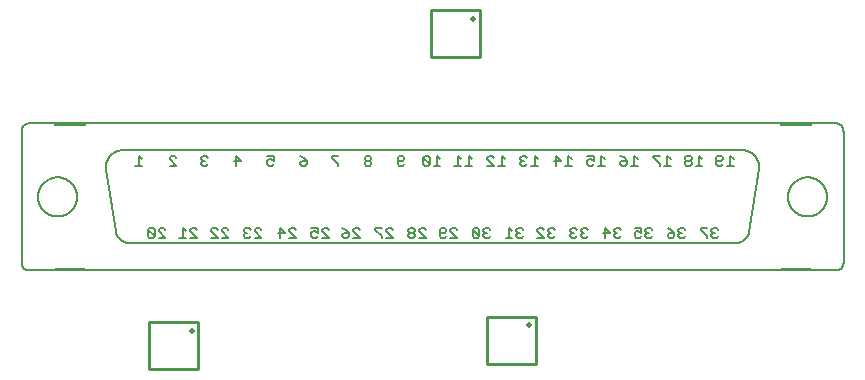
<source format=gbo>
G75*
%MOIN*%
%OFA0B0*%
%FSLAX25Y25*%
%IPPOS*%
%LPD*%
%AMOC8*
5,1,8,0,0,1.08239X$1,22.5*
%
%ADD10C,0.00600*%
%ADD11C,0.00500*%
%ADD12C,0.01000*%
%ADD13C,0.02000*%
D10*
X0031088Y0069449D02*
X0039588Y0069449D01*
X0039588Y0069949D01*
X0049588Y0069949D01*
X0049588Y0069449D01*
X0039588Y0069449D01*
X0031088Y0069449D02*
X0030990Y0069451D01*
X0030892Y0069457D01*
X0030794Y0069466D01*
X0030697Y0069480D01*
X0030600Y0069497D01*
X0030504Y0069518D01*
X0030409Y0069543D01*
X0030315Y0069571D01*
X0030223Y0069604D01*
X0030131Y0069639D01*
X0030041Y0069679D01*
X0029953Y0069721D01*
X0029866Y0069768D01*
X0029782Y0069817D01*
X0029699Y0069870D01*
X0029619Y0069926D01*
X0029540Y0069986D01*
X0029464Y0070048D01*
X0029391Y0070113D01*
X0029320Y0070181D01*
X0029252Y0070252D01*
X0029187Y0070325D01*
X0029125Y0070401D01*
X0029065Y0070480D01*
X0029009Y0070560D01*
X0028956Y0070643D01*
X0028907Y0070727D01*
X0028860Y0070814D01*
X0028818Y0070902D01*
X0028778Y0070992D01*
X0028743Y0071084D01*
X0028710Y0071176D01*
X0028682Y0071270D01*
X0028657Y0071365D01*
X0028636Y0071461D01*
X0028619Y0071558D01*
X0028605Y0071655D01*
X0028596Y0071753D01*
X0028590Y0071851D01*
X0028588Y0071949D01*
X0028588Y0115949D01*
X0028590Y0116047D01*
X0028596Y0116145D01*
X0028605Y0116243D01*
X0028619Y0116340D01*
X0028636Y0116437D01*
X0028657Y0116533D01*
X0028682Y0116628D01*
X0028710Y0116722D01*
X0028743Y0116814D01*
X0028778Y0116906D01*
X0028818Y0116996D01*
X0028860Y0117084D01*
X0028907Y0117171D01*
X0028956Y0117255D01*
X0029009Y0117338D01*
X0029065Y0117418D01*
X0029125Y0117497D01*
X0029187Y0117573D01*
X0029252Y0117646D01*
X0029320Y0117717D01*
X0029391Y0117785D01*
X0029464Y0117850D01*
X0029540Y0117912D01*
X0029619Y0117972D01*
X0029699Y0118028D01*
X0029782Y0118081D01*
X0029866Y0118130D01*
X0029953Y0118177D01*
X0030041Y0118219D01*
X0030131Y0118259D01*
X0030223Y0118294D01*
X0030315Y0118327D01*
X0030409Y0118355D01*
X0030504Y0118380D01*
X0030600Y0118401D01*
X0030697Y0118418D01*
X0030794Y0118432D01*
X0030892Y0118441D01*
X0030990Y0118447D01*
X0031088Y0118449D01*
X0039588Y0118449D01*
X0049588Y0118449D01*
X0281588Y0118449D01*
X0291588Y0118449D01*
X0300088Y0118449D01*
X0300186Y0118447D01*
X0300284Y0118441D01*
X0300382Y0118432D01*
X0300479Y0118418D01*
X0300576Y0118401D01*
X0300672Y0118380D01*
X0300767Y0118355D01*
X0300861Y0118327D01*
X0300953Y0118294D01*
X0301045Y0118259D01*
X0301135Y0118219D01*
X0301223Y0118177D01*
X0301310Y0118130D01*
X0301394Y0118081D01*
X0301477Y0118028D01*
X0301557Y0117972D01*
X0301636Y0117912D01*
X0301712Y0117850D01*
X0301785Y0117785D01*
X0301856Y0117717D01*
X0301924Y0117646D01*
X0301989Y0117573D01*
X0302051Y0117497D01*
X0302111Y0117418D01*
X0302167Y0117338D01*
X0302220Y0117255D01*
X0302269Y0117171D01*
X0302316Y0117084D01*
X0302358Y0116996D01*
X0302398Y0116906D01*
X0302433Y0116814D01*
X0302466Y0116722D01*
X0302494Y0116628D01*
X0302519Y0116533D01*
X0302540Y0116437D01*
X0302557Y0116340D01*
X0302571Y0116243D01*
X0302580Y0116145D01*
X0302586Y0116047D01*
X0302588Y0115949D01*
X0302588Y0071949D01*
X0302586Y0071851D01*
X0302580Y0071753D01*
X0302571Y0071655D01*
X0302557Y0071558D01*
X0302540Y0071461D01*
X0302519Y0071365D01*
X0302494Y0071270D01*
X0302466Y0071176D01*
X0302433Y0071084D01*
X0302398Y0070992D01*
X0302358Y0070902D01*
X0302316Y0070814D01*
X0302269Y0070727D01*
X0302220Y0070643D01*
X0302167Y0070560D01*
X0302111Y0070480D01*
X0302051Y0070401D01*
X0301989Y0070325D01*
X0301924Y0070252D01*
X0301856Y0070181D01*
X0301785Y0070113D01*
X0301712Y0070048D01*
X0301636Y0069986D01*
X0301557Y0069926D01*
X0301477Y0069870D01*
X0301394Y0069817D01*
X0301310Y0069768D01*
X0301223Y0069721D01*
X0301135Y0069679D01*
X0301045Y0069639D01*
X0300953Y0069604D01*
X0300861Y0069571D01*
X0300767Y0069543D01*
X0300672Y0069518D01*
X0300576Y0069497D01*
X0300479Y0069480D01*
X0300382Y0069466D01*
X0300284Y0069457D01*
X0300186Y0069451D01*
X0300088Y0069449D01*
X0291588Y0069449D01*
X0281588Y0069449D01*
X0049588Y0069449D01*
X0065088Y0078449D02*
X0266088Y0078449D01*
X0271188Y0082349D02*
X0274288Y0103149D01*
X0274285Y0103110D02*
X0274311Y0103252D01*
X0274334Y0103394D01*
X0274353Y0103537D01*
X0274367Y0103680D01*
X0274378Y0103824D01*
X0274385Y0103968D01*
X0274388Y0104112D01*
X0274387Y0104256D01*
X0274382Y0104400D01*
X0274373Y0104544D01*
X0274361Y0104688D01*
X0274344Y0104831D01*
X0274323Y0104974D01*
X0274299Y0105116D01*
X0274271Y0105257D01*
X0274239Y0105398D01*
X0274203Y0105538D01*
X0274163Y0105676D01*
X0274120Y0105814D01*
X0274073Y0105950D01*
X0274022Y0106085D01*
X0273967Y0106218D01*
X0273909Y0106350D01*
X0273848Y0106481D01*
X0273782Y0106609D01*
X0273714Y0106736D01*
X0273642Y0106861D01*
X0273566Y0106984D01*
X0273488Y0107104D01*
X0273406Y0107223D01*
X0273320Y0107339D01*
X0273232Y0107453D01*
X0273141Y0107565D01*
X0273046Y0107674D01*
X0272949Y0107780D01*
X0272849Y0107884D01*
X0272746Y0107985D01*
X0272640Y0108083D01*
X0272532Y0108178D01*
X0272421Y0108270D01*
X0272308Y0108359D01*
X0272192Y0108445D01*
X0272074Y0108528D01*
X0271954Y0108607D01*
X0271831Y0108684D01*
X0271707Y0108757D01*
X0271581Y0108826D01*
X0271453Y0108892D01*
X0271323Y0108955D01*
X0271191Y0109014D01*
X0271058Y0109069D01*
X0270923Y0109121D01*
X0270788Y0109169D01*
X0270650Y0109213D01*
X0270512Y0109254D01*
X0270373Y0109291D01*
X0270232Y0109324D01*
X0270091Y0109353D01*
X0269949Y0109379D01*
X0269807Y0109400D01*
X0269664Y0109418D01*
X0269520Y0109431D01*
X0269376Y0109441D01*
X0269232Y0109447D01*
X0269088Y0109449D01*
X0062088Y0109449D01*
X0061945Y0109447D01*
X0061801Y0109441D01*
X0061658Y0109432D01*
X0061516Y0109418D01*
X0061373Y0109401D01*
X0061231Y0109379D01*
X0061090Y0109354D01*
X0060950Y0109325D01*
X0060810Y0109293D01*
X0060671Y0109256D01*
X0060534Y0109216D01*
X0060397Y0109172D01*
X0060262Y0109125D01*
X0060128Y0109073D01*
X0059995Y0109019D01*
X0059865Y0108960D01*
X0059735Y0108898D01*
X0059608Y0108833D01*
X0059482Y0108764D01*
X0059358Y0108692D01*
X0059236Y0108616D01*
X0059116Y0108538D01*
X0058998Y0108456D01*
X0058883Y0108370D01*
X0058770Y0108282D01*
X0058659Y0108191D01*
X0058551Y0108097D01*
X0058446Y0108000D01*
X0058343Y0107900D01*
X0058243Y0107797D01*
X0058146Y0107692D01*
X0058051Y0107584D01*
X0057960Y0107473D01*
X0057871Y0107360D01*
X0057786Y0107245D01*
X0057704Y0107128D01*
X0057625Y0107008D01*
X0057549Y0106886D01*
X0057477Y0106762D01*
X0057408Y0106637D01*
X0057342Y0106509D01*
X0057280Y0106380D01*
X0057221Y0106249D01*
X0057166Y0106117D01*
X0057115Y0105983D01*
X0057067Y0105848D01*
X0057023Y0105711D01*
X0056982Y0105574D01*
X0056946Y0105435D01*
X0056913Y0105295D01*
X0056884Y0105155D01*
X0056858Y0105014D01*
X0056837Y0104872D01*
X0056819Y0104730D01*
X0056805Y0104587D01*
X0056795Y0104444D01*
X0056789Y0104301D01*
X0056787Y0104157D01*
X0056789Y0104014D01*
X0056794Y0103871D01*
X0056804Y0103728D01*
X0056817Y0103585D01*
X0056834Y0103442D01*
X0056855Y0103301D01*
X0056880Y0103159D01*
X0056909Y0103019D01*
X0056888Y0103049D02*
X0059988Y0082449D01*
X0059935Y0082512D02*
X0059971Y0082372D01*
X0060010Y0082233D01*
X0060054Y0082095D01*
X0060100Y0081959D01*
X0060151Y0081824D01*
X0060205Y0081690D01*
X0060263Y0081558D01*
X0060325Y0081427D01*
X0060390Y0081298D01*
X0060458Y0081171D01*
X0060530Y0081046D01*
X0060606Y0080922D01*
X0060684Y0080801D01*
X0060766Y0080682D01*
X0060851Y0080566D01*
X0060940Y0080452D01*
X0061031Y0080340D01*
X0061125Y0080231D01*
X0061223Y0080124D01*
X0061323Y0080020D01*
X0061426Y0079919D01*
X0061532Y0079820D01*
X0061640Y0079725D01*
X0061751Y0079632D01*
X0061864Y0079543D01*
X0061980Y0079457D01*
X0062098Y0079374D01*
X0062218Y0079294D01*
X0062341Y0079217D01*
X0062465Y0079144D01*
X0062592Y0079074D01*
X0062720Y0079008D01*
X0062850Y0078945D01*
X0062982Y0078886D01*
X0063115Y0078830D01*
X0063250Y0078778D01*
X0063386Y0078730D01*
X0063523Y0078686D01*
X0063662Y0078645D01*
X0063801Y0078608D01*
X0063942Y0078575D01*
X0064083Y0078545D01*
X0064225Y0078520D01*
X0064368Y0078498D01*
X0064511Y0078481D01*
X0064655Y0078467D01*
X0064799Y0078457D01*
X0064943Y0078451D01*
X0065088Y0078449D01*
X0034088Y0093949D02*
X0034090Y0094110D01*
X0034096Y0094270D01*
X0034106Y0094431D01*
X0034120Y0094591D01*
X0034138Y0094751D01*
X0034159Y0094910D01*
X0034185Y0095069D01*
X0034215Y0095227D01*
X0034248Y0095384D01*
X0034286Y0095541D01*
X0034327Y0095696D01*
X0034372Y0095850D01*
X0034421Y0096003D01*
X0034474Y0096155D01*
X0034530Y0096306D01*
X0034591Y0096455D01*
X0034654Y0096603D01*
X0034722Y0096749D01*
X0034793Y0096893D01*
X0034867Y0097035D01*
X0034945Y0097176D01*
X0035027Y0097314D01*
X0035112Y0097451D01*
X0035200Y0097585D01*
X0035292Y0097717D01*
X0035387Y0097847D01*
X0035485Y0097975D01*
X0035586Y0098100D01*
X0035690Y0098222D01*
X0035797Y0098342D01*
X0035907Y0098459D01*
X0036020Y0098574D01*
X0036136Y0098685D01*
X0036255Y0098794D01*
X0036376Y0098899D01*
X0036500Y0099002D01*
X0036626Y0099102D01*
X0036754Y0099198D01*
X0036885Y0099291D01*
X0037019Y0099381D01*
X0037154Y0099468D01*
X0037292Y0099551D01*
X0037431Y0099631D01*
X0037573Y0099707D01*
X0037716Y0099780D01*
X0037861Y0099849D01*
X0038008Y0099915D01*
X0038156Y0099977D01*
X0038306Y0100035D01*
X0038457Y0100090D01*
X0038610Y0100141D01*
X0038764Y0100188D01*
X0038919Y0100231D01*
X0039075Y0100270D01*
X0039231Y0100306D01*
X0039389Y0100337D01*
X0039547Y0100365D01*
X0039706Y0100389D01*
X0039866Y0100409D01*
X0040026Y0100425D01*
X0040186Y0100437D01*
X0040347Y0100445D01*
X0040508Y0100449D01*
X0040668Y0100449D01*
X0040829Y0100445D01*
X0040990Y0100437D01*
X0041150Y0100425D01*
X0041310Y0100409D01*
X0041470Y0100389D01*
X0041629Y0100365D01*
X0041787Y0100337D01*
X0041945Y0100306D01*
X0042101Y0100270D01*
X0042257Y0100231D01*
X0042412Y0100188D01*
X0042566Y0100141D01*
X0042719Y0100090D01*
X0042870Y0100035D01*
X0043020Y0099977D01*
X0043168Y0099915D01*
X0043315Y0099849D01*
X0043460Y0099780D01*
X0043603Y0099707D01*
X0043745Y0099631D01*
X0043884Y0099551D01*
X0044022Y0099468D01*
X0044157Y0099381D01*
X0044291Y0099291D01*
X0044422Y0099198D01*
X0044550Y0099102D01*
X0044676Y0099002D01*
X0044800Y0098899D01*
X0044921Y0098794D01*
X0045040Y0098685D01*
X0045156Y0098574D01*
X0045269Y0098459D01*
X0045379Y0098342D01*
X0045486Y0098222D01*
X0045590Y0098100D01*
X0045691Y0097975D01*
X0045789Y0097847D01*
X0045884Y0097717D01*
X0045976Y0097585D01*
X0046064Y0097451D01*
X0046149Y0097314D01*
X0046231Y0097176D01*
X0046309Y0097035D01*
X0046383Y0096893D01*
X0046454Y0096749D01*
X0046522Y0096603D01*
X0046585Y0096455D01*
X0046646Y0096306D01*
X0046702Y0096155D01*
X0046755Y0096003D01*
X0046804Y0095850D01*
X0046849Y0095696D01*
X0046890Y0095541D01*
X0046928Y0095384D01*
X0046961Y0095227D01*
X0046991Y0095069D01*
X0047017Y0094910D01*
X0047038Y0094751D01*
X0047056Y0094591D01*
X0047070Y0094431D01*
X0047080Y0094270D01*
X0047086Y0094110D01*
X0047088Y0093949D01*
X0047086Y0093788D01*
X0047080Y0093628D01*
X0047070Y0093467D01*
X0047056Y0093307D01*
X0047038Y0093147D01*
X0047017Y0092988D01*
X0046991Y0092829D01*
X0046961Y0092671D01*
X0046928Y0092514D01*
X0046890Y0092357D01*
X0046849Y0092202D01*
X0046804Y0092048D01*
X0046755Y0091895D01*
X0046702Y0091743D01*
X0046646Y0091592D01*
X0046585Y0091443D01*
X0046522Y0091295D01*
X0046454Y0091149D01*
X0046383Y0091005D01*
X0046309Y0090863D01*
X0046231Y0090722D01*
X0046149Y0090584D01*
X0046064Y0090447D01*
X0045976Y0090313D01*
X0045884Y0090181D01*
X0045789Y0090051D01*
X0045691Y0089923D01*
X0045590Y0089798D01*
X0045486Y0089676D01*
X0045379Y0089556D01*
X0045269Y0089439D01*
X0045156Y0089324D01*
X0045040Y0089213D01*
X0044921Y0089104D01*
X0044800Y0088999D01*
X0044676Y0088896D01*
X0044550Y0088796D01*
X0044422Y0088700D01*
X0044291Y0088607D01*
X0044157Y0088517D01*
X0044022Y0088430D01*
X0043884Y0088347D01*
X0043745Y0088267D01*
X0043603Y0088191D01*
X0043460Y0088118D01*
X0043315Y0088049D01*
X0043168Y0087983D01*
X0043020Y0087921D01*
X0042870Y0087863D01*
X0042719Y0087808D01*
X0042566Y0087757D01*
X0042412Y0087710D01*
X0042257Y0087667D01*
X0042101Y0087628D01*
X0041945Y0087592D01*
X0041787Y0087561D01*
X0041629Y0087533D01*
X0041470Y0087509D01*
X0041310Y0087489D01*
X0041150Y0087473D01*
X0040990Y0087461D01*
X0040829Y0087453D01*
X0040668Y0087449D01*
X0040508Y0087449D01*
X0040347Y0087453D01*
X0040186Y0087461D01*
X0040026Y0087473D01*
X0039866Y0087489D01*
X0039706Y0087509D01*
X0039547Y0087533D01*
X0039389Y0087561D01*
X0039231Y0087592D01*
X0039075Y0087628D01*
X0038919Y0087667D01*
X0038764Y0087710D01*
X0038610Y0087757D01*
X0038457Y0087808D01*
X0038306Y0087863D01*
X0038156Y0087921D01*
X0038008Y0087983D01*
X0037861Y0088049D01*
X0037716Y0088118D01*
X0037573Y0088191D01*
X0037431Y0088267D01*
X0037292Y0088347D01*
X0037154Y0088430D01*
X0037019Y0088517D01*
X0036885Y0088607D01*
X0036754Y0088700D01*
X0036626Y0088796D01*
X0036500Y0088896D01*
X0036376Y0088999D01*
X0036255Y0089104D01*
X0036136Y0089213D01*
X0036020Y0089324D01*
X0035907Y0089439D01*
X0035797Y0089556D01*
X0035690Y0089676D01*
X0035586Y0089798D01*
X0035485Y0089923D01*
X0035387Y0090051D01*
X0035292Y0090181D01*
X0035200Y0090313D01*
X0035112Y0090447D01*
X0035027Y0090584D01*
X0034945Y0090722D01*
X0034867Y0090863D01*
X0034793Y0091005D01*
X0034722Y0091149D01*
X0034654Y0091295D01*
X0034591Y0091443D01*
X0034530Y0091592D01*
X0034474Y0091743D01*
X0034421Y0091895D01*
X0034372Y0092048D01*
X0034327Y0092202D01*
X0034286Y0092357D01*
X0034248Y0092514D01*
X0034215Y0092671D01*
X0034185Y0092829D01*
X0034159Y0092988D01*
X0034138Y0093147D01*
X0034120Y0093307D01*
X0034106Y0093467D01*
X0034096Y0093628D01*
X0034090Y0093788D01*
X0034088Y0093949D01*
X0039588Y0117949D02*
X0039588Y0118449D01*
X0039588Y0117949D02*
X0049588Y0117949D01*
X0049588Y0118449D01*
X0266088Y0078449D02*
X0266233Y0078451D01*
X0266379Y0078457D01*
X0266524Y0078467D01*
X0266668Y0078481D01*
X0266813Y0078499D01*
X0266956Y0078521D01*
X0267099Y0078546D01*
X0267242Y0078576D01*
X0267383Y0078610D01*
X0267523Y0078647D01*
X0267663Y0078688D01*
X0267801Y0078733D01*
X0267938Y0078782D01*
X0268073Y0078835D01*
X0268207Y0078891D01*
X0268340Y0078951D01*
X0268471Y0079015D01*
X0268599Y0079082D01*
X0268727Y0079152D01*
X0268852Y0079227D01*
X0268975Y0079304D01*
X0269095Y0079385D01*
X0269214Y0079469D01*
X0269330Y0079556D01*
X0269444Y0079647D01*
X0269555Y0079740D01*
X0269664Y0079837D01*
X0269770Y0079936D01*
X0269873Y0080039D01*
X0269973Y0080144D01*
X0270071Y0080252D01*
X0270165Y0080362D01*
X0270256Y0080476D01*
X0270344Y0080591D01*
X0270429Y0080709D01*
X0270511Y0080829D01*
X0270590Y0080952D01*
X0270665Y0081076D01*
X0270736Y0081203D01*
X0270804Y0081331D01*
X0270869Y0081461D01*
X0270930Y0081593D01*
X0270987Y0081727D01*
X0271041Y0081862D01*
X0271091Y0081998D01*
X0271137Y0082136D01*
X0271179Y0082275D01*
X0271218Y0082416D01*
X0281588Y0069949D02*
X0281588Y0069449D01*
X0281588Y0069949D02*
X0291588Y0069949D01*
X0291588Y0069449D01*
X0284088Y0093949D02*
X0284090Y0094110D01*
X0284096Y0094270D01*
X0284106Y0094431D01*
X0284120Y0094591D01*
X0284138Y0094751D01*
X0284159Y0094910D01*
X0284185Y0095069D01*
X0284215Y0095227D01*
X0284248Y0095384D01*
X0284286Y0095541D01*
X0284327Y0095696D01*
X0284372Y0095850D01*
X0284421Y0096003D01*
X0284474Y0096155D01*
X0284530Y0096306D01*
X0284591Y0096455D01*
X0284654Y0096603D01*
X0284722Y0096749D01*
X0284793Y0096893D01*
X0284867Y0097035D01*
X0284945Y0097176D01*
X0285027Y0097314D01*
X0285112Y0097451D01*
X0285200Y0097585D01*
X0285292Y0097717D01*
X0285387Y0097847D01*
X0285485Y0097975D01*
X0285586Y0098100D01*
X0285690Y0098222D01*
X0285797Y0098342D01*
X0285907Y0098459D01*
X0286020Y0098574D01*
X0286136Y0098685D01*
X0286255Y0098794D01*
X0286376Y0098899D01*
X0286500Y0099002D01*
X0286626Y0099102D01*
X0286754Y0099198D01*
X0286885Y0099291D01*
X0287019Y0099381D01*
X0287154Y0099468D01*
X0287292Y0099551D01*
X0287431Y0099631D01*
X0287573Y0099707D01*
X0287716Y0099780D01*
X0287861Y0099849D01*
X0288008Y0099915D01*
X0288156Y0099977D01*
X0288306Y0100035D01*
X0288457Y0100090D01*
X0288610Y0100141D01*
X0288764Y0100188D01*
X0288919Y0100231D01*
X0289075Y0100270D01*
X0289231Y0100306D01*
X0289389Y0100337D01*
X0289547Y0100365D01*
X0289706Y0100389D01*
X0289866Y0100409D01*
X0290026Y0100425D01*
X0290186Y0100437D01*
X0290347Y0100445D01*
X0290508Y0100449D01*
X0290668Y0100449D01*
X0290829Y0100445D01*
X0290990Y0100437D01*
X0291150Y0100425D01*
X0291310Y0100409D01*
X0291470Y0100389D01*
X0291629Y0100365D01*
X0291787Y0100337D01*
X0291945Y0100306D01*
X0292101Y0100270D01*
X0292257Y0100231D01*
X0292412Y0100188D01*
X0292566Y0100141D01*
X0292719Y0100090D01*
X0292870Y0100035D01*
X0293020Y0099977D01*
X0293168Y0099915D01*
X0293315Y0099849D01*
X0293460Y0099780D01*
X0293603Y0099707D01*
X0293745Y0099631D01*
X0293884Y0099551D01*
X0294022Y0099468D01*
X0294157Y0099381D01*
X0294291Y0099291D01*
X0294422Y0099198D01*
X0294550Y0099102D01*
X0294676Y0099002D01*
X0294800Y0098899D01*
X0294921Y0098794D01*
X0295040Y0098685D01*
X0295156Y0098574D01*
X0295269Y0098459D01*
X0295379Y0098342D01*
X0295486Y0098222D01*
X0295590Y0098100D01*
X0295691Y0097975D01*
X0295789Y0097847D01*
X0295884Y0097717D01*
X0295976Y0097585D01*
X0296064Y0097451D01*
X0296149Y0097314D01*
X0296231Y0097176D01*
X0296309Y0097035D01*
X0296383Y0096893D01*
X0296454Y0096749D01*
X0296522Y0096603D01*
X0296585Y0096455D01*
X0296646Y0096306D01*
X0296702Y0096155D01*
X0296755Y0096003D01*
X0296804Y0095850D01*
X0296849Y0095696D01*
X0296890Y0095541D01*
X0296928Y0095384D01*
X0296961Y0095227D01*
X0296991Y0095069D01*
X0297017Y0094910D01*
X0297038Y0094751D01*
X0297056Y0094591D01*
X0297070Y0094431D01*
X0297080Y0094270D01*
X0297086Y0094110D01*
X0297088Y0093949D01*
X0297086Y0093788D01*
X0297080Y0093628D01*
X0297070Y0093467D01*
X0297056Y0093307D01*
X0297038Y0093147D01*
X0297017Y0092988D01*
X0296991Y0092829D01*
X0296961Y0092671D01*
X0296928Y0092514D01*
X0296890Y0092357D01*
X0296849Y0092202D01*
X0296804Y0092048D01*
X0296755Y0091895D01*
X0296702Y0091743D01*
X0296646Y0091592D01*
X0296585Y0091443D01*
X0296522Y0091295D01*
X0296454Y0091149D01*
X0296383Y0091005D01*
X0296309Y0090863D01*
X0296231Y0090722D01*
X0296149Y0090584D01*
X0296064Y0090447D01*
X0295976Y0090313D01*
X0295884Y0090181D01*
X0295789Y0090051D01*
X0295691Y0089923D01*
X0295590Y0089798D01*
X0295486Y0089676D01*
X0295379Y0089556D01*
X0295269Y0089439D01*
X0295156Y0089324D01*
X0295040Y0089213D01*
X0294921Y0089104D01*
X0294800Y0088999D01*
X0294676Y0088896D01*
X0294550Y0088796D01*
X0294422Y0088700D01*
X0294291Y0088607D01*
X0294157Y0088517D01*
X0294022Y0088430D01*
X0293884Y0088347D01*
X0293745Y0088267D01*
X0293603Y0088191D01*
X0293460Y0088118D01*
X0293315Y0088049D01*
X0293168Y0087983D01*
X0293020Y0087921D01*
X0292870Y0087863D01*
X0292719Y0087808D01*
X0292566Y0087757D01*
X0292412Y0087710D01*
X0292257Y0087667D01*
X0292101Y0087628D01*
X0291945Y0087592D01*
X0291787Y0087561D01*
X0291629Y0087533D01*
X0291470Y0087509D01*
X0291310Y0087489D01*
X0291150Y0087473D01*
X0290990Y0087461D01*
X0290829Y0087453D01*
X0290668Y0087449D01*
X0290508Y0087449D01*
X0290347Y0087453D01*
X0290186Y0087461D01*
X0290026Y0087473D01*
X0289866Y0087489D01*
X0289706Y0087509D01*
X0289547Y0087533D01*
X0289389Y0087561D01*
X0289231Y0087592D01*
X0289075Y0087628D01*
X0288919Y0087667D01*
X0288764Y0087710D01*
X0288610Y0087757D01*
X0288457Y0087808D01*
X0288306Y0087863D01*
X0288156Y0087921D01*
X0288008Y0087983D01*
X0287861Y0088049D01*
X0287716Y0088118D01*
X0287573Y0088191D01*
X0287431Y0088267D01*
X0287292Y0088347D01*
X0287154Y0088430D01*
X0287019Y0088517D01*
X0286885Y0088607D01*
X0286754Y0088700D01*
X0286626Y0088796D01*
X0286500Y0088896D01*
X0286376Y0088999D01*
X0286255Y0089104D01*
X0286136Y0089213D01*
X0286020Y0089324D01*
X0285907Y0089439D01*
X0285797Y0089556D01*
X0285690Y0089676D01*
X0285586Y0089798D01*
X0285485Y0089923D01*
X0285387Y0090051D01*
X0285292Y0090181D01*
X0285200Y0090313D01*
X0285112Y0090447D01*
X0285027Y0090584D01*
X0284945Y0090722D01*
X0284867Y0090863D01*
X0284793Y0091005D01*
X0284722Y0091149D01*
X0284654Y0091295D01*
X0284591Y0091443D01*
X0284530Y0091592D01*
X0284474Y0091743D01*
X0284421Y0091895D01*
X0284372Y0092048D01*
X0284327Y0092202D01*
X0284286Y0092357D01*
X0284248Y0092514D01*
X0284215Y0092671D01*
X0284185Y0092829D01*
X0284159Y0092988D01*
X0284138Y0093147D01*
X0284120Y0093307D01*
X0284106Y0093467D01*
X0284096Y0093628D01*
X0284090Y0093788D01*
X0284088Y0093949D01*
X0281588Y0117949D02*
X0281588Y0118449D01*
X0281588Y0117949D02*
X0291588Y0117949D01*
X0291588Y0118449D01*
D11*
X0266038Y0106567D02*
X0264904Y0107702D01*
X0264904Y0104299D01*
X0266038Y0104299D02*
X0263770Y0104299D01*
X0262447Y0104866D02*
X0261880Y0104299D01*
X0260746Y0104299D01*
X0260179Y0104866D01*
X0260179Y0107135D01*
X0260746Y0107702D01*
X0261880Y0107702D01*
X0262447Y0107135D01*
X0262447Y0106567D01*
X0261880Y0106000D01*
X0260179Y0106000D01*
X0255538Y0106567D02*
X0254404Y0107702D01*
X0254404Y0104299D01*
X0255538Y0104299D02*
X0253270Y0104299D01*
X0251947Y0104866D02*
X0251947Y0105433D01*
X0251380Y0106000D01*
X0250246Y0106000D01*
X0249679Y0105433D01*
X0249679Y0104866D01*
X0250246Y0104299D01*
X0251380Y0104299D01*
X0251947Y0104866D01*
X0251380Y0106000D02*
X0251947Y0106567D01*
X0251947Y0107135D01*
X0251380Y0107702D01*
X0250246Y0107702D01*
X0249679Y0107135D01*
X0249679Y0106567D01*
X0250246Y0106000D01*
X0245038Y0106567D02*
X0243904Y0107702D01*
X0243904Y0104299D01*
X0245038Y0104299D02*
X0242770Y0104299D01*
X0241447Y0104299D02*
X0241447Y0104866D01*
X0239179Y0107135D01*
X0239179Y0107702D01*
X0241447Y0107702D01*
X0234038Y0106567D02*
X0232904Y0107702D01*
X0232904Y0104299D01*
X0234038Y0104299D02*
X0231770Y0104299D01*
X0230447Y0104866D02*
X0229880Y0104299D01*
X0228746Y0104299D01*
X0228179Y0104866D01*
X0228179Y0105433D01*
X0228746Y0106000D01*
X0230447Y0106000D01*
X0230447Y0104866D01*
X0230447Y0106000D02*
X0229313Y0107135D01*
X0228179Y0107702D01*
X0223038Y0106567D02*
X0221904Y0107702D01*
X0221904Y0104299D01*
X0223038Y0104299D02*
X0220770Y0104299D01*
X0219447Y0104866D02*
X0218880Y0104299D01*
X0217746Y0104299D01*
X0217179Y0104866D01*
X0217179Y0106000D01*
X0217746Y0106567D01*
X0218313Y0106567D01*
X0219447Y0106000D01*
X0219447Y0107702D01*
X0217179Y0107702D01*
X0212038Y0106567D02*
X0210904Y0107702D01*
X0210904Y0104299D01*
X0212038Y0104299D02*
X0209770Y0104299D01*
X0208447Y0106000D02*
X0206179Y0106000D01*
X0206746Y0104299D02*
X0206746Y0107702D01*
X0208447Y0106000D01*
X0200738Y0106467D02*
X0199604Y0107602D01*
X0199604Y0104199D01*
X0200738Y0104199D02*
X0198470Y0104199D01*
X0197147Y0104766D02*
X0196580Y0104199D01*
X0195446Y0104199D01*
X0194879Y0104766D01*
X0194879Y0105333D01*
X0195446Y0105900D01*
X0196013Y0105900D01*
X0195446Y0105900D02*
X0194879Y0106467D01*
X0194879Y0107035D01*
X0195446Y0107602D01*
X0196580Y0107602D01*
X0197147Y0107035D01*
X0189738Y0106467D02*
X0188604Y0107602D01*
X0188604Y0104199D01*
X0189738Y0104199D02*
X0187470Y0104199D01*
X0186147Y0104199D02*
X0183879Y0106467D01*
X0183879Y0107035D01*
X0184446Y0107602D01*
X0185580Y0107602D01*
X0186147Y0107035D01*
X0186147Y0104199D02*
X0183879Y0104199D01*
X0178738Y0104199D02*
X0176470Y0104199D01*
X0177604Y0104199D02*
X0177604Y0107602D01*
X0178738Y0106467D01*
X0175147Y0106467D02*
X0174013Y0107602D01*
X0174013Y0104199D01*
X0175147Y0104199D02*
X0172879Y0104199D01*
X0168238Y0104199D02*
X0165970Y0104199D01*
X0167104Y0104199D02*
X0167104Y0107602D01*
X0168238Y0106467D01*
X0164647Y0107035D02*
X0164647Y0104766D01*
X0162379Y0107035D01*
X0162379Y0104766D01*
X0162946Y0104199D01*
X0164080Y0104199D01*
X0164647Y0104766D01*
X0164647Y0107035D02*
X0164080Y0107602D01*
X0162946Y0107602D01*
X0162379Y0107035D01*
X0156238Y0107035D02*
X0156238Y0106467D01*
X0155671Y0105900D01*
X0153970Y0105900D01*
X0153970Y0104766D02*
X0153970Y0107035D01*
X0154537Y0107602D01*
X0155671Y0107602D01*
X0156238Y0107035D01*
X0156238Y0104766D02*
X0155671Y0104199D01*
X0154537Y0104199D01*
X0153970Y0104766D01*
X0145238Y0104766D02*
X0145238Y0105333D01*
X0144671Y0105900D01*
X0143537Y0105900D01*
X0142970Y0105333D01*
X0142970Y0104766D01*
X0143537Y0104199D01*
X0144671Y0104199D01*
X0145238Y0104766D01*
X0144671Y0105900D02*
X0145238Y0106467D01*
X0145238Y0107035D01*
X0144671Y0107602D01*
X0143537Y0107602D01*
X0142970Y0107035D01*
X0142970Y0106467D01*
X0143537Y0105900D01*
X0134238Y0104766D02*
X0134238Y0104199D01*
X0134238Y0104766D02*
X0131970Y0107035D01*
X0131970Y0107602D01*
X0134238Y0107602D01*
X0123738Y0105900D02*
X0123738Y0104766D01*
X0123171Y0104199D01*
X0122037Y0104199D01*
X0121470Y0104766D01*
X0121470Y0105333D01*
X0122037Y0105900D01*
X0123738Y0105900D01*
X0122604Y0107035D01*
X0121470Y0107602D01*
X0112738Y0107602D02*
X0112738Y0105900D01*
X0111604Y0106467D01*
X0111037Y0106467D01*
X0110470Y0105900D01*
X0110470Y0104766D01*
X0111037Y0104199D01*
X0112171Y0104199D01*
X0112738Y0104766D01*
X0112738Y0107602D02*
X0110470Y0107602D01*
X0101738Y0105900D02*
X0099470Y0105900D01*
X0100037Y0104199D02*
X0100037Y0107602D01*
X0101738Y0105900D01*
X0090738Y0104766D02*
X0090171Y0104199D01*
X0089037Y0104199D01*
X0088470Y0104766D01*
X0088470Y0105333D01*
X0089037Y0105900D01*
X0089604Y0105900D01*
X0089037Y0105900D02*
X0088470Y0106467D01*
X0088470Y0107035D01*
X0089037Y0107602D01*
X0090171Y0107602D01*
X0090738Y0107035D01*
X0080238Y0107035D02*
X0079671Y0107602D01*
X0078537Y0107602D01*
X0077970Y0107035D01*
X0077970Y0106467D01*
X0080238Y0104199D01*
X0077970Y0104199D01*
X0068738Y0104199D02*
X0066470Y0104199D01*
X0067604Y0104199D02*
X0067604Y0107602D01*
X0068738Y0106467D01*
X0071246Y0083602D02*
X0070679Y0083035D01*
X0072947Y0080766D01*
X0072380Y0080199D01*
X0071246Y0080199D01*
X0070679Y0080766D01*
X0070679Y0083035D01*
X0071246Y0083602D02*
X0072380Y0083602D01*
X0072947Y0083035D01*
X0072947Y0080766D01*
X0074270Y0080199D02*
X0076538Y0080199D01*
X0074270Y0082467D01*
X0074270Y0083035D01*
X0074837Y0083602D01*
X0075971Y0083602D01*
X0076538Y0083035D01*
X0081179Y0080199D02*
X0083447Y0080199D01*
X0082313Y0080199D02*
X0082313Y0083602D01*
X0083447Y0082467D01*
X0084770Y0082467D02*
X0087038Y0080199D01*
X0084770Y0080199D01*
X0084770Y0082467D02*
X0084770Y0083035D01*
X0085337Y0083602D01*
X0086471Y0083602D01*
X0087038Y0083035D01*
X0091679Y0083035D02*
X0091679Y0082467D01*
X0093947Y0080199D01*
X0091679Y0080199D01*
X0095270Y0080199D02*
X0097538Y0080199D01*
X0095270Y0082467D01*
X0095270Y0083035D01*
X0095837Y0083602D01*
X0096971Y0083602D01*
X0097538Y0083035D01*
X0102679Y0083035D02*
X0102679Y0082467D01*
X0103246Y0081900D01*
X0102679Y0081333D01*
X0102679Y0080766D01*
X0103246Y0080199D01*
X0104380Y0080199D01*
X0104947Y0080766D01*
X0106270Y0080199D02*
X0108538Y0080199D01*
X0106270Y0082467D01*
X0106270Y0083035D01*
X0106837Y0083602D01*
X0107971Y0083602D01*
X0108538Y0083035D01*
X0104947Y0083035D02*
X0104380Y0083602D01*
X0103246Y0083602D01*
X0102679Y0083035D01*
X0103246Y0081900D02*
X0103813Y0081900D01*
X0093947Y0083035D02*
X0093380Y0083602D01*
X0092246Y0083602D01*
X0091679Y0083035D01*
X0114179Y0081900D02*
X0116447Y0081900D01*
X0114746Y0083602D01*
X0114746Y0080199D01*
X0117770Y0080199D02*
X0120038Y0080199D01*
X0117770Y0082467D01*
X0117770Y0083035D01*
X0118337Y0083602D01*
X0119471Y0083602D01*
X0120038Y0083035D01*
X0125179Y0083602D02*
X0127447Y0083602D01*
X0127447Y0081900D01*
X0126313Y0082467D01*
X0125746Y0082467D01*
X0125179Y0081900D01*
X0125179Y0080766D01*
X0125746Y0080199D01*
X0126880Y0080199D01*
X0127447Y0080766D01*
X0128770Y0080199D02*
X0131038Y0080199D01*
X0128770Y0082467D01*
X0128770Y0083035D01*
X0129337Y0083602D01*
X0130471Y0083602D01*
X0131038Y0083035D01*
X0135479Y0083602D02*
X0136613Y0083035D01*
X0137747Y0081900D01*
X0136046Y0081900D01*
X0135479Y0081333D01*
X0135479Y0080766D01*
X0136046Y0080199D01*
X0137180Y0080199D01*
X0137747Y0080766D01*
X0137747Y0081900D01*
X0139070Y0082467D02*
X0139070Y0083035D01*
X0139637Y0083602D01*
X0140771Y0083602D01*
X0141338Y0083035D01*
X0139070Y0082467D02*
X0141338Y0080199D01*
X0139070Y0080199D01*
X0146479Y0083035D02*
X0148747Y0080766D01*
X0148747Y0080199D01*
X0150070Y0080199D02*
X0152338Y0080199D01*
X0150070Y0082467D01*
X0150070Y0083035D01*
X0150637Y0083602D01*
X0151771Y0083602D01*
X0152338Y0083035D01*
X0148747Y0083602D02*
X0146479Y0083602D01*
X0146479Y0083035D01*
X0157479Y0083035D02*
X0157479Y0082467D01*
X0158046Y0081900D01*
X0159180Y0081900D01*
X0159747Y0082467D01*
X0159747Y0083035D01*
X0159180Y0083602D01*
X0158046Y0083602D01*
X0157479Y0083035D01*
X0158046Y0081900D02*
X0157479Y0081333D01*
X0157479Y0080766D01*
X0158046Y0080199D01*
X0159180Y0080199D01*
X0159747Y0080766D01*
X0159747Y0081333D01*
X0159180Y0081900D01*
X0161070Y0082467D02*
X0161070Y0083035D01*
X0161637Y0083602D01*
X0162771Y0083602D01*
X0163338Y0083035D01*
X0161070Y0082467D02*
X0163338Y0080199D01*
X0161070Y0080199D01*
X0167979Y0080766D02*
X0167979Y0083035D01*
X0168546Y0083602D01*
X0169680Y0083602D01*
X0170247Y0083035D01*
X0170247Y0082467D01*
X0169680Y0081900D01*
X0167979Y0081900D01*
X0167979Y0080766D02*
X0168546Y0080199D01*
X0169680Y0080199D01*
X0170247Y0080766D01*
X0171570Y0080199D02*
X0173838Y0080199D01*
X0171570Y0082467D01*
X0171570Y0083035D01*
X0172137Y0083602D01*
X0173271Y0083602D01*
X0173838Y0083035D01*
X0178979Y0083035D02*
X0181247Y0080766D01*
X0180680Y0080199D01*
X0179546Y0080199D01*
X0178979Y0080766D01*
X0178979Y0083035D01*
X0179546Y0083602D01*
X0180680Y0083602D01*
X0181247Y0083035D01*
X0181247Y0080766D01*
X0182570Y0080766D02*
X0182570Y0081333D01*
X0183137Y0081900D01*
X0183704Y0081900D01*
X0183137Y0081900D02*
X0182570Y0082467D01*
X0182570Y0083035D01*
X0183137Y0083602D01*
X0184271Y0083602D01*
X0184838Y0083035D01*
X0191113Y0083602D02*
X0191113Y0080199D01*
X0192247Y0080199D02*
X0189979Y0080199D01*
X0192247Y0082467D02*
X0191113Y0083602D01*
X0193570Y0083035D02*
X0193570Y0082467D01*
X0194137Y0081900D01*
X0193570Y0081333D01*
X0193570Y0080766D01*
X0194137Y0080199D01*
X0195271Y0080199D01*
X0195838Y0080766D01*
X0194704Y0081900D02*
X0194137Y0081900D01*
X0193570Y0083035D02*
X0194137Y0083602D01*
X0195271Y0083602D01*
X0195838Y0083035D01*
X0200479Y0083035D02*
X0200479Y0082467D01*
X0202747Y0080199D01*
X0200479Y0080199D01*
X0204070Y0080766D02*
X0204070Y0081333D01*
X0204637Y0081900D01*
X0205204Y0081900D01*
X0204637Y0081900D02*
X0204070Y0082467D01*
X0204070Y0083035D01*
X0204637Y0083602D01*
X0205771Y0083602D01*
X0206338Y0083035D01*
X0202747Y0083035D02*
X0202180Y0083602D01*
X0201046Y0083602D01*
X0200479Y0083035D01*
X0204070Y0080766D02*
X0204637Y0080199D01*
X0205771Y0080199D01*
X0206338Y0080766D01*
X0211479Y0080766D02*
X0211479Y0081333D01*
X0212046Y0081900D01*
X0212613Y0081900D01*
X0212046Y0081900D02*
X0211479Y0082467D01*
X0211479Y0083035D01*
X0212046Y0083602D01*
X0213180Y0083602D01*
X0213747Y0083035D01*
X0215070Y0083035D02*
X0215070Y0082467D01*
X0215637Y0081900D01*
X0215070Y0081333D01*
X0215070Y0080766D01*
X0215637Y0080199D01*
X0216771Y0080199D01*
X0217338Y0080766D01*
X0216204Y0081900D02*
X0215637Y0081900D01*
X0215070Y0083035D02*
X0215637Y0083602D01*
X0216771Y0083602D01*
X0217338Y0083035D01*
X0213747Y0080766D02*
X0213180Y0080199D01*
X0212046Y0080199D01*
X0211479Y0080766D01*
X0222479Y0081900D02*
X0224747Y0081900D01*
X0223046Y0083602D01*
X0223046Y0080199D01*
X0226070Y0080766D02*
X0226070Y0081333D01*
X0226637Y0081900D01*
X0227204Y0081900D01*
X0226637Y0081900D02*
X0226070Y0082467D01*
X0226070Y0083035D01*
X0226637Y0083602D01*
X0227771Y0083602D01*
X0228338Y0083035D01*
X0228338Y0080766D02*
X0227771Y0080199D01*
X0226637Y0080199D01*
X0226070Y0080766D01*
X0232979Y0080766D02*
X0233546Y0080199D01*
X0234680Y0080199D01*
X0235247Y0080766D01*
X0235247Y0081900D02*
X0234113Y0082467D01*
X0233546Y0082467D01*
X0232979Y0081900D01*
X0232979Y0080766D01*
X0235247Y0081900D02*
X0235247Y0083602D01*
X0232979Y0083602D01*
X0236570Y0083035D02*
X0236570Y0082467D01*
X0237137Y0081900D01*
X0236570Y0081333D01*
X0236570Y0080766D01*
X0237137Y0080199D01*
X0238271Y0080199D01*
X0238838Y0080766D01*
X0237704Y0081900D02*
X0237137Y0081900D01*
X0236570Y0083035D02*
X0237137Y0083602D01*
X0238271Y0083602D01*
X0238838Y0083035D01*
X0243979Y0083602D02*
X0245113Y0083035D01*
X0246247Y0081900D01*
X0244546Y0081900D01*
X0243979Y0081333D01*
X0243979Y0080766D01*
X0244546Y0080199D01*
X0245680Y0080199D01*
X0246247Y0080766D01*
X0246247Y0081900D01*
X0247570Y0081333D02*
X0247570Y0080766D01*
X0248137Y0080199D01*
X0249271Y0080199D01*
X0249838Y0080766D01*
X0248704Y0081900D02*
X0248137Y0081900D01*
X0247570Y0081333D01*
X0248137Y0081900D02*
X0247570Y0082467D01*
X0247570Y0083035D01*
X0248137Y0083602D01*
X0249271Y0083602D01*
X0249838Y0083035D01*
X0254979Y0083035D02*
X0257247Y0080766D01*
X0257247Y0080199D01*
X0258570Y0080766D02*
X0259137Y0080199D01*
X0260271Y0080199D01*
X0260838Y0080766D01*
X0259704Y0081900D02*
X0259137Y0081900D01*
X0258570Y0081333D01*
X0258570Y0080766D01*
X0259137Y0081900D02*
X0258570Y0082467D01*
X0258570Y0083035D01*
X0259137Y0083602D01*
X0260271Y0083602D01*
X0260838Y0083035D01*
X0257247Y0083602D02*
X0254979Y0083602D01*
X0254979Y0083035D01*
X0184838Y0080766D02*
X0184271Y0080199D01*
X0183137Y0080199D01*
X0182570Y0080766D01*
D12*
X0087508Y0036406D02*
X0071169Y0036406D01*
X0071169Y0052154D01*
X0087508Y0052154D01*
X0087508Y0036406D01*
X0183640Y0038301D02*
X0199979Y0038301D01*
X0199979Y0054049D01*
X0183640Y0054049D01*
X0183640Y0038301D01*
X0181317Y0140498D02*
X0164978Y0140498D01*
X0164978Y0156246D01*
X0181317Y0156246D01*
X0181317Y0140498D01*
D13*
X0179147Y0153372D03*
X0197809Y0051175D03*
X0085339Y0049280D03*
M02*

</source>
